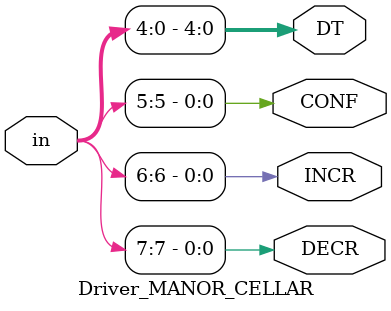
<source format=v>
`timescale 1ns / 1ps


module Driver_MANOR_CELLAR #(parameter SIZE_IN = 8)(
input wire[SIZE_IN-1:0] in,
output reg DECR,INCR, CONF,
output reg [4:0] DT
);

always@(in)begin
DECR = in[7];
INCR = in[6];
CONF = in[5];
DT = {in[4], in[3], in[2], in[1], in[0]}; 
end


endmodule

</source>
